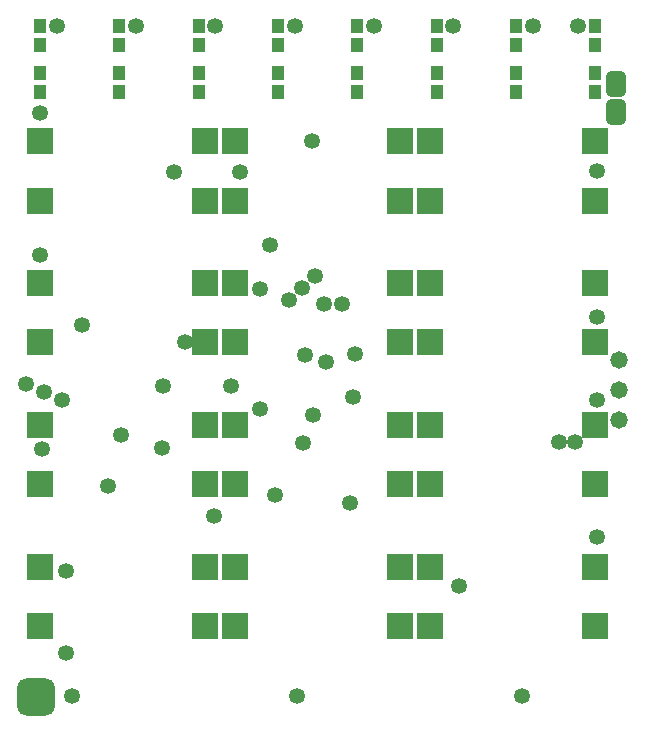
<source format=gts>
G04*
G04 #@! TF.GenerationSoftware,Altium Limited,Altium Designer,19.0.5 (141)*
G04*
G04 Layer_Color=8388736*
%FSLAX25Y25*%
%MOIN*%
G70*
G01*
G75*
%ADD13R,0.03900X0.04600*%
%ADD14R,0.08674X0.08674*%
G04:AMPARAMS|DCode=15|XSize=67.06mil|YSize=86.74mil|CornerRadius=18.76mil|HoleSize=0mil|Usage=FLASHONLY|Rotation=0.000|XOffset=0mil|YOffset=0mil|HoleType=Round|Shape=RoundedRectangle|*
%AMROUNDEDRECTD15*
21,1,0.06706,0.04921,0,0,0.0*
21,1,0.02953,0.08674,0,0,0.0*
1,1,0.03753,0.01476,-0.02461*
1,1,0.03753,-0.01476,-0.02461*
1,1,0.03753,-0.01476,0.02461*
1,1,0.03753,0.01476,0.02461*
%
%ADD15ROUNDEDRECTD15*%
%ADD16C,0.05800*%
G04:AMPARAMS|DCode=17|XSize=126.11mil|YSize=126.11mil|CornerRadius=33.53mil|HoleSize=0mil|Usage=FLASHONLY|Rotation=0.000|XOffset=0mil|YOffset=0mil|HoleType=Round|Shape=RoundedRectangle|*
%AMROUNDEDRECTD17*
21,1,0.12611,0.05906,0,0,0.0*
21,1,0.05906,0.12611,0,0,0.0*
1,1,0.06706,0.02953,-0.02953*
1,1,0.06706,-0.02953,-0.02953*
1,1,0.06706,-0.02953,0.02953*
1,1,0.06706,0.02953,0.02953*
%
%ADD17ROUNDEDRECTD17*%
%ADD18C,0.05300*%
D13*
X728787Y325788D02*
D03*
Y319488D02*
D03*
X702353Y325788D02*
D03*
Y319488D02*
D03*
X675919Y325788D02*
D03*
Y319488D02*
D03*
X649485Y325788D02*
D03*
Y319488D02*
D03*
X623051Y325788D02*
D03*
Y319488D02*
D03*
X596616Y325788D02*
D03*
Y319488D02*
D03*
X570182Y325788D02*
D03*
Y319488D02*
D03*
X543748Y325788D02*
D03*
Y319488D02*
D03*
X728787Y341536D02*
D03*
Y335236D02*
D03*
X702353Y341536D02*
D03*
Y335236D02*
D03*
X675919Y341536D02*
D03*
Y335236D02*
D03*
X649485Y341536D02*
D03*
Y335236D02*
D03*
X623051Y341536D02*
D03*
Y335236D02*
D03*
X596616Y341536D02*
D03*
Y335236D02*
D03*
X570182Y341536D02*
D03*
Y335236D02*
D03*
X543748Y341536D02*
D03*
Y335236D02*
D03*
D14*
X673669Y255709D02*
D03*
Y161221D02*
D03*
Y302953D02*
D03*
Y283268D02*
D03*
Y236024D02*
D03*
Y208465D02*
D03*
Y188779D02*
D03*
Y141535D02*
D03*
X663827D02*
D03*
Y188779D02*
D03*
Y208465D02*
D03*
Y236024D02*
D03*
Y283268D02*
D03*
Y302953D02*
D03*
Y161221D02*
D03*
Y255709D02*
D03*
X608709Y141535D02*
D03*
Y188779D02*
D03*
Y208465D02*
D03*
Y236024D02*
D03*
Y283268D02*
D03*
Y302953D02*
D03*
Y161221D02*
D03*
Y255709D02*
D03*
X543748D02*
D03*
Y161221D02*
D03*
Y302953D02*
D03*
Y283268D02*
D03*
Y236024D02*
D03*
Y208465D02*
D03*
Y188779D02*
D03*
Y141535D02*
D03*
X598866Y255709D02*
D03*
Y161221D02*
D03*
Y302953D02*
D03*
Y283268D02*
D03*
Y236024D02*
D03*
Y208465D02*
D03*
Y188779D02*
D03*
Y141535D02*
D03*
X728787Y161221D02*
D03*
Y255709D02*
D03*
Y302953D02*
D03*
Y283268D02*
D03*
Y236024D02*
D03*
Y208465D02*
D03*
Y188779D02*
D03*
Y141535D02*
D03*
D15*
X735748Y322235D02*
D03*
Y312635D02*
D03*
D16*
X736661Y220276D02*
D03*
Y230276D02*
D03*
Y210276D02*
D03*
D17*
X542493Y117913D02*
D03*
D18*
X620548Y268352D02*
D03*
X634248Y303135D02*
D03*
X543648Y312435D02*
D03*
X543848Y265135D02*
D03*
X544448Y200412D02*
D03*
X729348Y293035D02*
D03*
Y244435D02*
D03*
Y216903D02*
D03*
Y171035D02*
D03*
X554548Y118035D02*
D03*
X704248D02*
D03*
X629398D02*
D03*
X552348Y132435D02*
D03*
X601748Y178235D02*
D03*
X552348Y159635D02*
D03*
X584748Y221459D02*
D03*
X607248D02*
D03*
X634825Y211635D02*
D03*
X617175Y213835D02*
D03*
X588332Y292735D02*
D03*
X610448D02*
D03*
X648842Y232235D02*
D03*
X632048Y231735D02*
D03*
X638948Y229535D02*
D03*
X648098Y217935D02*
D03*
X722185Y202635D02*
D03*
X716648D02*
D03*
X647148Y182435D02*
D03*
X622241Y185235D02*
D03*
X584248Y200635D02*
D03*
X551103Y216903D02*
D03*
X545121Y219553D02*
D03*
X539139Y222203D02*
D03*
X557624Y241835D02*
D03*
X592003Y236024D02*
D03*
X644248Y248635D02*
D03*
X638448Y248735D02*
D03*
X635548Y258035D02*
D03*
X631162Y254095D02*
D03*
X626775Y250155D02*
D03*
X723187Y341536D02*
D03*
X707953D02*
D03*
X681519D02*
D03*
X655085D02*
D03*
X628651D02*
D03*
X602216D02*
D03*
X575782D02*
D03*
X549348D02*
D03*
X631523Y202559D02*
D03*
X617175Y253855D02*
D03*
X683346Y154791D02*
D03*
X566443Y188205D02*
D03*
X570843Y205005D02*
D03*
M02*

</source>
